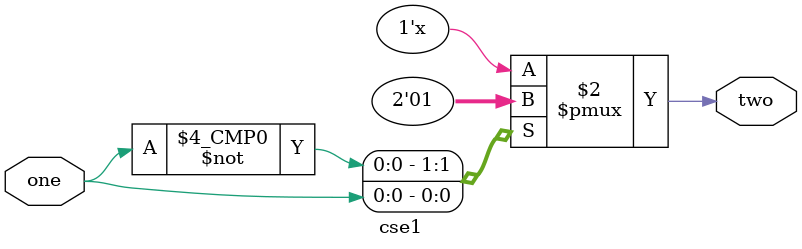
<source format=v>
module cse1(
  input wire one,
  output reg two);
  
  always@(one)begin
    case(one)
      0:two=0;
      1:two=1;
    endcase
  end
endmodule

</source>
